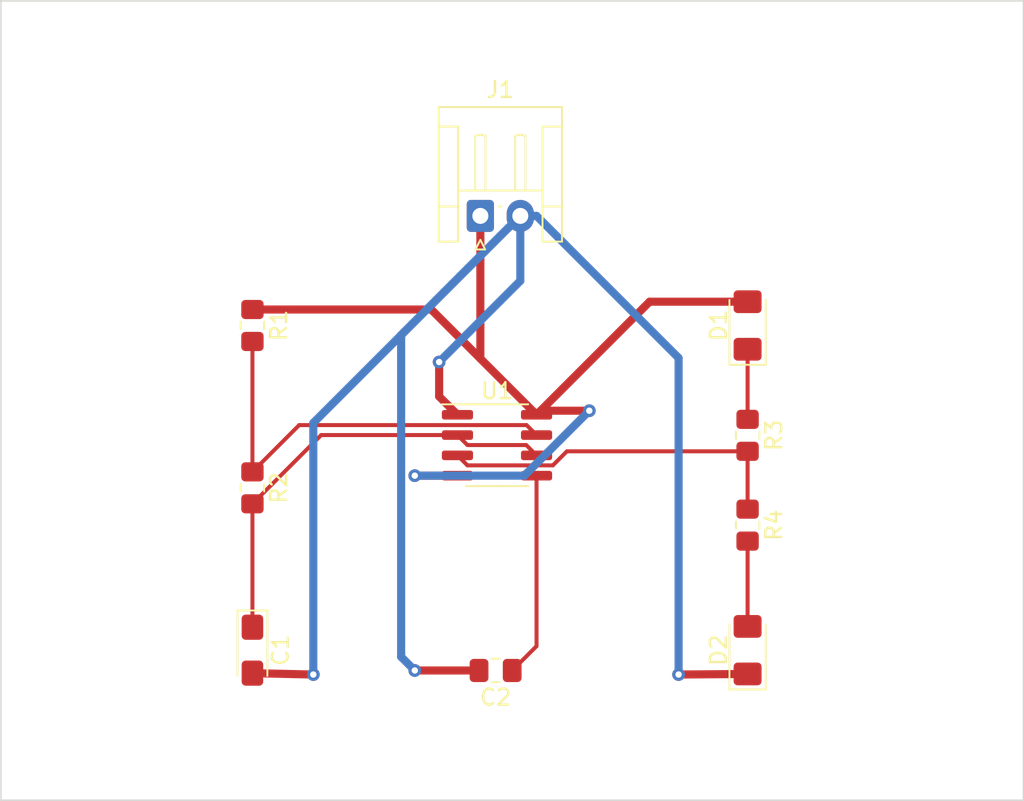
<source format=kicad_pcb>
(kicad_pcb (version 20221018) (generator pcbnew)
  (layers (0 "F.Cu" signal) (31 "B.Cu" signal) (34 "B.Paste" user) (35 "F.Paste" user) (36 "B.SilkS" user "B.Silkscreen") (37 "F.SilkS" user "F.Silkscreen") (38 "B.Mask" user) (39 "F.Mask" user) (44 "Edge.Cuts" user))
  (net 0 "")
  (net 1 "/pin_2")
  (net 2 "GND")
  (net 3 "Net-(U1-CV)")
  (net 4 "Net-(D1-K)")
  (net 5 "+9V")
  (net 6 "Net-(D2-A)")
  (net 7 "/pin_7")
  (net 8 "/pin_3")
  (footprint "LED_SMD:LED_1206_3216Metric_Pad1.42x1.75mm_HandSolder" (layer "F.Cu") (at 168.148 116.84 90)
    (fp_text reference "D2" (at 0 -1.82 90) (layer "F.SilkS"))
    (fp_text value "LED")
    (fp_line (start -2.46 -1.135) (end -2.46 1.135) (stroke (width 0.12)) (layer "F.SilkS"))
    (fp_line (start -2.46 1.135) (end 1.6 1.135) (stroke (width 0.12)) (layer "F.SilkS"))
    (fp_line (start 1.6 -1.135) (end -2.46 -1.135) (stroke (width 0.12)) (layer "F.SilkS"))
    (pad "1" smd roundrect (at -1.4875 0 90) (size 1.425 1.75) (layers "F.Cu" "F.Paste" "F.Mask") (roundrect_rratio 0.175439) (net 2 "GND"))
    (pad "2" smd roundrect (at 1.4875 0 90) (size 1.425 1.75) (layers "F.Cu" "F.Paste" "F.Mask") (roundrect_rratio 0.175439) (net 6 "Net-(D2-A)"))
  )
  (footprint "Resistor_SMD:R_0805_2012Metric_Pad1.20x1.40mm_HandSolder" (layer "F.Cu") (at 137.16 106.68 -90)
    (fp_text reference "R2" (at 0 -1.65 90) (layer "F.SilkS"))
    (fp_text value "10k")
    (fp_line (start -0.227064 -0.735) (end 0.227064 -0.735) (stroke (width 0.12)) (layer "F.SilkS"))
    (fp_line (start -0.227064 0.735) (end 0.227064 0.735) (stroke (width 0.12)) (layer "F.SilkS"))
    (pad "1" smd roundrect (at -1 0 270) (size 1.2 1.4) (layers "F.Cu" "F.Paste" "F.Mask") (roundrect_rratio 0.208333) (net 7 "/pin_7"))
    (pad "2" smd roundrect (at 1 0 270) (size 1.2 1.4) (layers "F.Cu" "F.Paste" "F.Mask") (roundrect_rratio 0.208333) (net 1 "/pin_2"))
  )
  (footprint "LED_SMD:LED_1206_3216Metric_Pad1.42x1.75mm_HandSolder" (layer "F.Cu") (at 168.148 96.52 90)
    (fp_text reference "D1" (at 0 -1.82 90) (layer "F.SilkS"))
    (fp_text value "LED")
    (fp_line (start -2.46 -1.135) (end -2.46 1.135) (stroke (width 0.12)) (layer "F.SilkS"))
    (fp_line (start -2.46 1.135) (end 1.6 1.135) (stroke (width 0.12)) (layer "F.SilkS"))
    (fp_line (start 1.6 -1.135) (end -2.46 -1.135) (stroke (width 0.12)) (layer "F.SilkS"))
    (pad "1" smd roundrect (at -1.4875 0 90) (size 1.425 1.75) (layers "F.Cu" "F.Paste" "F.Mask") (roundrect_rratio 0.175439) (net 4 "Net-(D1-K)"))
    (pad "2" smd roundrect (at 1.4875 0 90) (size 1.425 1.75) (layers "F.Cu" "F.Paste" "F.Mask") (roundrect_rratio 0.175439) (net 5 "+9V"))
  )
  (footprint "Connector_JST:JST_EH_S2B-EH_1x02_P2.50mm_Horizontal" (layer "F.Cu") (at 151.424 89.662)
    (fp_text reference "J1" (at 1.25 -7.9) (layer "F.SilkS"))
    (fp_text value "Conn_01x02_Pin")
    (fp_line (start -2.61 -6.81) (end 5.11 -6.81) (stroke (width 0.12)) (layer "F.SilkS"))
    (fp_line (start -2.61 -5.59) (end -1.39 -5.59) (stroke (width 0.12)) (layer "F.SilkS"))
    (fp_line (start -2.61 1.61) (end -2.61 -6.81) (stroke (width 0.12)) (layer "F.SilkS"))
    (fp_line (start -1.39 -5.59) (end -1.39 -0.59) (stroke (width 0.12)) (layer "F.SilkS"))
    (fp_line (start -1.39 -1.59) (end 3.89 -1.59) (stroke (width 0.12)) (layer "F.SilkS"))
    (fp_line (start -1.39 -0.59) (end -2.61 -0.59) (stroke (width 0.12)) (layer "F.SilkS"))
    (fp_line (start -1.39 -0.59) (end -1.39 1.61) (stroke (width 0.12)) (layer "F.SilkS"))
    (fp_line (start -1.39 1.61) (end -2.61 1.61) (stroke (width 0.12)) (layer "F.SilkS"))
    (fp_line (start -0.32 -5.01) (end 0 -5.09) (stroke (width 0.12)) (layer "F.SilkS"))
    (fp_line (start -0.32 -1.59) (end -0.32 -5.01) (stroke (width 0.12)) (layer "F.SilkS"))
    (fp_line (start -0.3 2.1) (end 0.3 2.1) (stroke (width 0.12)) (layer "F.SilkS"))
    (fp_line (start 0 -5.09) (end 0.32 -5.01) (stroke (width 0.12)) (layer "F.SilkS"))
    (fp_line (start 0 -1.59) (end -0.32 -1.59) (stroke (width 0.12)) (layer "F.SilkS"))
    (fp_line (start 0 1.5) (end -0.3 2.1) (stroke (width 0.12)) (layer "F.SilkS"))
    (fp_line (start 0.3 2.1) (end 0 1.5) (stroke (width 0.12)) (layer "F.SilkS"))
    (fp_line (start 0.32 -5.01) (end 0.32 -1.59) (stroke (width 0.12)) (layer "F.SilkS"))
    (fp_line (start 0.32 -1.59) (end 0 -1.59) (stroke (width 0.12)) (layer "F.SilkS"))
    (fp_line (start 1.17 -0.59) (end 1.33 -0.59) (stroke (width 0.12)) (layer "F.SilkS"))
    (fp_line (start 2.18 -5.01) (end 2.5 -5.09) (stroke (width 0.12)) (layer "F.SilkS"))
    (fp_line (start 2.18 -1.59) (end 2.18 -5.01) (stroke (width 0.12)) (layer "F.SilkS"))
    (fp_line (start 2.5 -5.09) (end 2.82 -5.01) (stroke (width 0.12)) (layer "F.SilkS"))
    (fp_line (start 2.5 -1.59) (end 2.18 -1.59) (stroke (width 0.12)) (layer "F.SilkS"))
    (fp_line (start 2.82 -5.01) (end 2.82 -1.59) (stroke (width 0.12)) (layer "F.SilkS"))
    (fp_line (start 2.82 -1.59) (end 2.5 -1.59) (stroke (width 0.12)) (layer "F.SilkS"))
    (fp_line (start 3.89 -5.59) (end 3.89 -0.59) (stroke (width 0.12)) (layer "F.SilkS"))
    (fp_line (start 3.89 -0.59) (end 5.11 -0.59) (stroke (width 0.12)) (layer "F.SilkS"))
    (fp_line (start 3.89 1.61) (end 3.89 -0.59) (stroke (width 0.12)) (layer "F.SilkS"))
    (fp_line (start 5.11 -6.81) (end 5.11 1.61) (stroke (width 0.12)) (layer "F.SilkS"))
    (fp_line (start 5.11 -5.59) (end 3.89 -5.59) (stroke (width 0.12)) (layer "F.SilkS"))
    (fp_line (start 5.11 1.61) (end 3.89 1.61) (stroke (width 0.12)) (layer "F.SilkS"))
    (pad "1" thru_hole roundrect (at 0 0) (size 1.7 2) (drill 1) (layers "*.Cu" "*.Mask") (roundrect_rratio 0.147059) (net 5 "+9V"))
    (pad "2" thru_hole oval (at 2.5 0) (size 1.7 2) (drill 1) (layers "*.Cu" "*.Mask") (net 2 "GND"))
  )
  (footprint "Resistor_SMD:R_0805_2012Metric_Pad1.20x1.40mm_HandSolder" (layer "F.Cu") (at 168.148 103.394 -90)
    (fp_text reference "R3" (at 0 -1.65 90) (layer "F.SilkS"))
    (fp_text value "1k")
    (fp_line (start -0.227064 -0.735) (end 0.227064 -0.735) (stroke (width 0.12)) (layer "F.SilkS"))
    (fp_line (start -0.227064 0.735) (end 0.227064 0.735) (stroke (width 0.12)) (layer "F.SilkS"))
    (pad "1" smd roundrect (at -1 0 270) (size 1.2 1.4) (layers "F.Cu" "F.Paste" "F.Mask") (roundrect_rratio 0.208333) (net 4 "Net-(D1-K)"))
    (pad "2" smd roundrect (at 1 0 270) (size 1.2 1.4) (layers "F.Cu" "F.Paste" "F.Mask") (roundrect_rratio 0.208333) (net 8 "/pin_3"))
  )
  (footprint "Package_SO:SOIC-8_3.9x4.9mm_P1.27mm" (layer "F.Cu") (at 152.465 104.013)
    (fp_text reference "U1" (at 0 -3.4) (layer "F.SilkS"))
    (fp_text value "NE555D")
    (fp_line (start 0 -2.56) (end -3.45 -2.56) (stroke (width 0.12)) (layer "F.SilkS"))
    (fp_line (start 0 -2.56) (end 1.95 -2.56) (stroke (width 0.12)) (layer "F.SilkS"))
    (fp_line (start 0 2.56) (end -1.95 2.56) (stroke (width 0.12)) (layer "F.SilkS"))
    (fp_line (start 0 2.56) (end 1.95 2.56) (stroke (width 0.12)) (layer "F.SilkS"))
    (pad "1" smd roundrect (at -2.475 -1.905) (size 1.95 0.6) (layers "F.Cu" "F.Paste" "F.Mask") (net 2 "GND"))
    (pad "2" smd roundrect (at -2.475 -0.635) (size 1.95 0.6) (layers "F.Cu" "F.Paste" "F.Mask") (net 1 "/pin_2"))
    (pad "3" smd roundrect (at -2.475 0.635) (size 1.95 0.6) (layers "F.Cu" "F.Paste" "F.Mask") (net 8 "/pin_3"))
    (pad "4" smd roundrect (at -2.475 1.905) (size 1.95 0.6) (layers "F.Cu" "F.Paste" "F.Mask") (net 5 "+9V"))
    (pad "5" smd roundrect (at 2.475 1.905) (size 1.95 0.6) (layers "F.Cu" "F.Paste" "F.Mask") (net 3 "Net-(U1-CV)"))
    (pad "6" smd roundrect (at 2.475 0.635) (size 1.95 0.6) (layers "F.Cu" "F.Paste" "F.Mask") (net 1 "/pin_2"))
    (pad "7" smd roundrect (at 2.475 -0.635) (size 1.95 0.6) (layers "F.Cu" "F.Paste" "F.Mask") (net 7 "/pin_7"))
    (pad "8" smd roundrect (at 2.475 -1.905) (size 1.95 0.6) (layers "F.Cu" "F.Paste" "F.Mask") (net 5 "+9V"))
  )
  (footprint "Capacitor_Tantalum_SMD:CP_EIA-3216-18_Kemet-A_Pad1.58x1.35mm_HandSolder" (layer "F.Cu") (at 137.16 116.84 -90)
    (fp_text reference "C1" (at 0 -1.75 90) (layer "F.SilkS"))
    (fp_text value "10uF")
    (fp_line (start -2.485 -0.935) (end -2.485 0.935) (stroke (width 0.12)) (layer "F.SilkS"))
    (fp_line (start -2.485 0.935) (end 1.6 0.935) (stroke (width 0.12)) (layer "F.SilkS"))
    (fp_line (start 1.6 -0.935) (end -2.485 -0.935) (stroke (width 0.12)) (layer "F.SilkS"))
    (pad "1" smd roundrect (at -1.4375 0 270) (size 1.575 1.35) (layers "F.Cu" "F.Paste" "F.Mask") (roundrect_rratio 0.185185) (net 1 "/pin_2"))
    (pad "2" smd roundrect (at 1.4375 0 270) (size 1.575 1.35) (layers "F.Cu" "F.Paste" "F.Mask") (roundrect_rratio 0.185185) (net 2 "GND"))
  )
  (footprint "Capacitor_SMD:C_0805_2012Metric_Pad1.18x1.45mm_HandSolder" (layer "F.Cu") (at 152.3785 118.11 180)
    (fp_text reference "C2" (at 0 -1.68) (layer "F.SilkS"))
    (fp_text value "0.01uF")
    (fp_line (start -0.261252 -0.735) (end 0.261252 -0.735) (stroke (width 0.12)) (layer "F.SilkS"))
    (fp_line (start -0.261252 0.735) (end 0.261252 0.735) (stroke (width 0.12)) (layer "F.SilkS"))
    (pad "1" smd roundrect (at -1.0375 0 180) (size 1.175 1.45) (layers "F.Cu" "F.Paste" "F.Mask") (roundrect_rratio 0.212766) (net 3 "Net-(U1-CV)"))
    (pad "2" smd roundrect (at 1.0375 0 180) (size 1.175 1.45) (layers "F.Cu" "F.Paste" "F.Mask") (roundrect_rratio 0.212766) (net 2 "GND"))
  )
  (footprint "Resistor_SMD:R_0805_2012Metric_Pad1.20x1.40mm_HandSolder" (layer "F.Cu") (at 137.16 96.52 -90)
    (fp_text reference "R1" (at 0 -1.65 90) (layer "F.SilkS"))
    (fp_text value "1k")
    (fp_line (start -0.227064 -0.735) (end 0.227064 -0.735) (stroke (width 0.12)) (layer "F.SilkS"))
    (fp_line (start -0.227064 0.735) (end 0.227064 0.735) (stroke (width 0.12)) (layer "F.SilkS"))
    (pad "1" smd roundrect (at -1 0 270) (size 1.2 1.4) (layers "F.Cu" "F.Paste" "F.Mask") (roundrect_rratio 0.208333) (net 5 "+9V"))
    (pad "2" smd roundrect (at 1 0 270) (size 1.2 1.4) (layers "F.Cu" "F.Paste" "F.Mask") (roundrect_rratio 0.208333) (net 7 "/pin_7"))
  )
  (footprint "Resistor_SMD:R_0805_2012Metric_Pad1.20x1.40mm_HandSolder" (layer "F.Cu") (at 168.148 109.014 -90)
    (fp_text reference "R4" (at 0 -1.65 90) (layer "F.SilkS"))
    (fp_text value "1k")
    (fp_line (start -0.227064 -0.735) (end 0.227064 -0.735) (stroke (width 0.12)) (layer "F.SilkS"))
    (fp_line (start -0.227064 0.735) (end 0.227064 0.735) (stroke (width 0.12)) (layer "F.SilkS"))
    (pad "1" smd roundrect (at -1 0 270) (size 1.2 1.4) (layers "F.Cu" "F.Paste" "F.Mask") (roundrect_rratio 0.208333) (net 8 "/pin_3"))
    (pad "2" smd roundrect (at 1 0 270) (size 1.2 1.4) (layers "F.Cu" "F.Paste" "F.Mask") (roundrect_rratio 0.208333) (net 6 "Net-(D2-A)"))
  )
  (gr_rect (start 121.412 76.2) (end 185.42 126.238) (stroke (width 0.1)) (fill none) (layer "Edge.Cuts"))
  (segment (start 154.295 104.003) (end 154.94 104.648) (width 0.25) (layer "F.Cu") (net 1))
  (segment (start 149.99 103.378) (end 150.615 104.003) (width 0.25) (layer "F.Cu") (net 1))
  (segment (start 137.16 107.68) (end 141.462 103.378) (width 0.25) (layer "F.Cu") (net 1))
  (segment (start 141.462 103.378) (end 149.99 103.378) (width 0.25) (layer "F.Cu") (net 1))
  (segment (start 137.16 107.68) (end 137.16 115.4025) (width 0.25) (layer "F.Cu") (net 1))
  (segment (start 150.615 104.003) (end 154.295 104.003) (width 0.25) (layer "F.Cu") (net 1))
  (segment (start 151.1735 118.2775) (end 151.341 118.11) (width 0.25) (layer "F.Cu") (net 2))
  (segment (start 163.83 118.364) (end 163.8665 118.3275) (width 0.508) (layer "F.Cu") (net 2))
  (segment (start 137.16 118.2775) (end 140.97 118.364) (width 0.508) (layer "F.Cu") (net 2))
  (segment (start 151.341 118.11) (end 147.32 118.11) (width 0.508) (layer "F.Cu") (net 2))
  (segment (start 140.97 118.364) (end 140.8835 118.2775) (width 0.508) (layer "F.Cu") (net 2))
  (segment (start 148.844 100.962) (end 148.844 98.806) (width 0.508) (layer "F.Cu") (net 2))
  (segment (start 148.844 98.806) (end 148.844 99.06) (width 0.508) (layer "F.Cu") (net 2))
  (segment (start 168.148 118.3275) (end 163.83 118.364) (width 0.508) (layer "F.Cu") (net 2))
  (segment (start 149.99 102.108) (end 148.844 100.962) (width 0.508) (layer "F.Cu") (net 2))
  (via (at 163.83 118.364) (size 0.8) (drill 0.4) (layers "F.Cu" "B.Cu") (net 2))
  (via (at 140.97 118.364) (size 0.8) (drill 0.4) (layers "F.Cu" "B.Cu") (net 2))
  (via (at 147.32 118.11) (size 0.8) (drill 0.4) (layers "F.Cu" "B.Cu") (net 2))
  (via (at 148.844 98.806) (size 0.8) (drill 0.4) (layers "F.Cu" "B.Cu") (net 2))
  (segment (start 148.844 98.806) (end 153.924 93.726) (width 0.508) (layer "B.Cu") (net 2))
  (segment (start 163.83 118.364) (end 163.83 98.552) (width 0.508) (layer "B.Cu") (net 2))
  (segment (start 154.94 89.662) (end 153.924 89.662) (width 0.508) (layer "B.Cu") (net 2))
  (segment (start 146.466 97.12) (end 153.924 89.662) (width 0.508) (layer "B.Cu") (net 2))
  (segment (start 153.924 93.726) (end 153.924 89.662) (width 0.508) (layer "B.Cu") (net 2))
  (segment (start 147.32 118.11) (end 146.466 117.256) (width 0.508) (layer "B.Cu") (net 2))
  (segment (start 163.83 98.552) (end 154.94 89.662) (width 0.508) (layer "B.Cu") (net 2))
  (segment (start 140.97 102.616) (end 153.924 89.662) (width 0.508) (layer "B.Cu") (net 2))
  (segment (start 146.466 117.256) (end 146.466 97.12) (width 0.508) (layer "B.Cu") (net 2))
  (segment (start 140.97 118.364) (end 140.97 102.616) (width 0.508) (layer "B.Cu") (net 2))
  (segment (start 154.94 116.586) (end 153.416 118.11) (width 0.25) (layer "F.Cu") (net 3))
  (segment (start 154.94 105.918) (end 154.94 116.586) (width 0.25) (layer "F.Cu") (net 3))
  (segment (start 168.148 98.0075) (end 168.148 102.394) (width 0.25) (layer "F.Cu") (net 4))
  (segment (start 155.194 101.854) (end 158.242 101.854) (width 0.508) (layer "F.Cu") (net 5))
  (segment (start 148.352 95.52) (end 137.16 95.52) (width 0.508) (layer "F.Cu") (net 5))
  (segment (start 154.94 102.108) (end 162.0155 95.0325) (width 0.508) (layer "F.Cu") (net 5))
  (segment (start 154.94 102.108) (end 155.194 101.854) (width 0.25) (layer "F.Cu") (net 5))
  (segment (start 151.424 98.592) (end 154.94 102.108) (width 0.25) (layer "F.Cu") (net 5))
  (segment (start 162.0155 95.0325) (end 168.148 95.0325) (width 0.508) (layer "F.Cu") (net 5))
  (segment (start 147.32 105.918) (end 149.99 105.918) (width 0.508) (layer "F.Cu") (net 5))
  (segment (start 151.424 89.662) (end 151.424 98.592) (width 0.508) (layer "F.Cu") (net 5))
  (segment (start 154.94 102.108) (end 148.352 95.52) (width 0.508) (layer "F.Cu") (net 5))
  (via (at 158.242 101.854) (size 0.8) (drill 0.4) (layers "F.Cu" "B.Cu") (net 5))
  (via (at 147.32 105.918) (size 0.8) (drill 0.4) (layers "F.Cu" "B.Cu") (net 5))
  (segment (start 154.178 105.918) (end 147.32 105.918) (width 0.508) (layer "B.Cu") (net 5))
  (segment (start 158.242 101.854) (end 154.178 105.918) (width 0.508) (layer "B.Cu") (net 5))
  (segment (start 168.148 110.014) (end 168.148 115.3525) (width 0.25) (layer "F.Cu") (net 6))
  (segment (start 137.16 105.68) (end 140.087 102.753) (width 0.25) (layer "F.Cu") (net 7))
  (segment (start 137.16 97.52) (end 137.16 105.68) (width 0.25) (layer "F.Cu") (net 7))
  (segment (start 140.087 102.753) (end 154.315 102.753) (width 0.25) (layer "F.Cu") (net 7))
  (segment (start 154.315 102.753) (end 154.94 103.378) (width 0.25) (layer "F.Cu") (net 7))
  (segment (start 155.961751 105.273) (end 150.615 105.273) (width 0.25) (layer "F.Cu") (net 8))
  (segment (start 156.840751 104.394) (end 155.961751 105.273) (width 0.25) (layer "F.Cu") (net 8))
  (segment (start 168.148 104.394) (end 156.840751 104.394) (width 0.25) (layer "F.Cu") (net 8))
  (segment (start 150.615 105.273) (end 149.99 104.648) (width 0.25) (layer "F.Cu") (net 8))
  (segment (start 168.148 104.394) (end 168.148 108.014) (width 0.25) (layer "F.Cu") (net 8))
)
</source>
